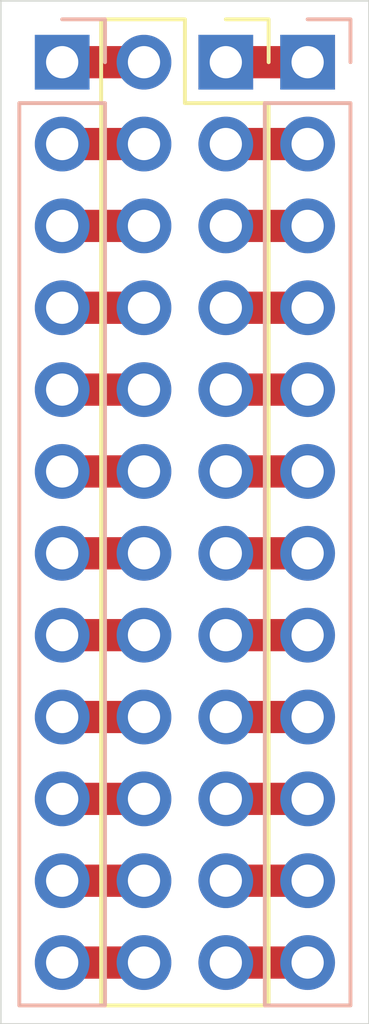
<source format=kicad_pcb>
(kicad_pcb (version 20171130) (host pcbnew 5.1.2+dfsg1-1)

  (general
    (thickness 1.6)
    (drawings 4)
    (tracks 24)
    (zones 0)
    (modules 3)
    (nets 25)
  )

  (page A4)
  (layers
    (0 F.Cu signal)
    (31 B.Cu signal)
    (32 B.Adhes user)
    (33 F.Adhes user)
    (34 B.Paste user)
    (35 F.Paste user)
    (36 B.SilkS user)
    (37 F.SilkS user)
    (38 B.Mask user)
    (39 F.Mask user)
    (40 Dwgs.User user)
    (41 Cmts.User user)
    (42 Eco1.User user)
    (43 Eco2.User user)
    (44 Edge.Cuts user)
    (45 Margin user)
    (46 B.CrtYd user)
    (47 F.CrtYd user)
    (48 B.Fab user)
    (49 F.Fab user)
  )

  (setup
    (last_trace_width 0.25)
    (user_trace_width 1)
    (trace_clearance 0.2)
    (zone_clearance 0.508)
    (zone_45_only no)
    (trace_min 0.2)
    (via_size 0.8)
    (via_drill 0.4)
    (via_min_size 0.4)
    (via_min_drill 0.3)
    (uvia_size 0.3)
    (uvia_drill 0.1)
    (uvias_allowed no)
    (uvia_min_size 0.2)
    (uvia_min_drill 0.1)
    (edge_width 0.05)
    (segment_width 0.2)
    (pcb_text_width 0.3)
    (pcb_text_size 1.5 1.5)
    (mod_edge_width 0.12)
    (mod_text_size 1 1)
    (mod_text_width 0.15)
    (pad_size 1.524 1.524)
    (pad_drill 0.762)
    (pad_to_mask_clearance 0.051)
    (solder_mask_min_width 0.25)
    (aux_axis_origin 0 0)
    (visible_elements FFFFFF7F)
    (pcbplotparams
      (layerselection 0x010fc_ffffffff)
      (usegerberextensions false)
      (usegerberattributes false)
      (usegerberadvancedattributes false)
      (creategerberjobfile false)
      (excludeedgelayer true)
      (linewidth 0.100000)
      (plotframeref false)
      (viasonmask false)
      (mode 1)
      (useauxorigin false)
      (hpglpennumber 1)
      (hpglpenspeed 20)
      (hpglpendiameter 15.000000)
      (psnegative false)
      (psa4output false)
      (plotreference true)
      (plotvalue true)
      (plotinvisibletext false)
      (padsonsilk false)
      (subtractmaskfromsilk false)
      (outputformat 1)
      (mirror false)
      (drillshape 0)
      (scaleselection 1)
      (outputdirectory "gerbers/"))
  )

  (net 0 "")
  (net 1 "Net-(J1-Pad24)")
  (net 2 "Net-(J1-Pad23)")
  (net 3 "Net-(J1-Pad22)")
  (net 4 "Net-(J1-Pad21)")
  (net 5 "Net-(J1-Pad20)")
  (net 6 "Net-(J1-Pad19)")
  (net 7 "Net-(J1-Pad18)")
  (net 8 "Net-(J1-Pad17)")
  (net 9 "Net-(J1-Pad16)")
  (net 10 "Net-(J1-Pad15)")
  (net 11 "Net-(J1-Pad14)")
  (net 12 "Net-(J1-Pad13)")
  (net 13 "Net-(J1-Pad12)")
  (net 14 "Net-(J1-Pad11)")
  (net 15 "Net-(J1-Pad10)")
  (net 16 "Net-(J1-Pad9)")
  (net 17 "Net-(J1-Pad8)")
  (net 18 "Net-(J1-Pad7)")
  (net 19 "Net-(J1-Pad6)")
  (net 20 "Net-(J1-Pad5)")
  (net 21 "Net-(J1-Pad4)")
  (net 22 "Net-(J1-Pad3)")
  (net 23 "Net-(J1-Pad2)")
  (net 24 "Net-(J1-Pad1)")

  (net_class Default "This is the default net class."
    (clearance 0.2)
    (trace_width 0.25)
    (via_dia 0.8)
    (via_drill 0.4)
    (uvia_dia 0.3)
    (uvia_drill 0.1)
    (add_net "Net-(J1-Pad1)")
    (add_net "Net-(J1-Pad10)")
    (add_net "Net-(J1-Pad11)")
    (add_net "Net-(J1-Pad12)")
    (add_net "Net-(J1-Pad13)")
    (add_net "Net-(J1-Pad14)")
    (add_net "Net-(J1-Pad15)")
    (add_net "Net-(J1-Pad16)")
    (add_net "Net-(J1-Pad17)")
    (add_net "Net-(J1-Pad18)")
    (add_net "Net-(J1-Pad19)")
    (add_net "Net-(J1-Pad2)")
    (add_net "Net-(J1-Pad20)")
    (add_net "Net-(J1-Pad21)")
    (add_net "Net-(J1-Pad22)")
    (add_net "Net-(J1-Pad23)")
    (add_net "Net-(J1-Pad24)")
    (add_net "Net-(J1-Pad3)")
    (add_net "Net-(J1-Pad4)")
    (add_net "Net-(J1-Pad5)")
    (add_net "Net-(J1-Pad6)")
    (add_net "Net-(J1-Pad7)")
    (add_net "Net-(J1-Pad8)")
    (add_net "Net-(J1-Pad9)")
  )

  (module Connector_PinSocket_2.54mm:PinSocket_2x12_P2.54mm_Vertical (layer F.Cu) (tedit 5A19A41B) (tstamp 5D09673E)
    (at 138.43 78.74)
    (descr "Through hole straight socket strip, 2x12, 2.54mm pitch, double cols (from Kicad 4.0.7), script generated")
    (tags "Through hole socket strip THT 2x12 2.54mm double row")
    (path /5D0B67D7)
    (fp_text reference J1 (at -1.27 -2.77) (layer F.SilkS) hide
      (effects (font (size 1 1) (thickness 0.15)))
    )
    (fp_text value Conn_02x12_Odd_Even (at -1.27 30.71) (layer F.Fab) hide
      (effects (font (size 1 1) (thickness 0.15)))
    )
    (fp_text user %R (at -1.27 13.97 90) (layer F.Fab)
      (effects (font (size 1 1) (thickness 0.15)))
    )
    (fp_line (start -4.34 29.7) (end -4.34 -1.8) (layer F.CrtYd) (width 0.05))
    (fp_line (start 1.76 29.7) (end -4.34 29.7) (layer F.CrtYd) (width 0.05))
    (fp_line (start 1.76 -1.8) (end 1.76 29.7) (layer F.CrtYd) (width 0.05))
    (fp_line (start -4.34 -1.8) (end 1.76 -1.8) (layer F.CrtYd) (width 0.05))
    (fp_line (start 0 -1.33) (end 1.33 -1.33) (layer F.SilkS) (width 0.12))
    (fp_line (start 1.33 -1.33) (end 1.33 0) (layer F.SilkS) (width 0.12))
    (fp_line (start -1.27 -1.33) (end -1.27 1.27) (layer F.SilkS) (width 0.12))
    (fp_line (start -1.27 1.27) (end 1.33 1.27) (layer F.SilkS) (width 0.12))
    (fp_line (start 1.33 1.27) (end 1.33 29.27) (layer F.SilkS) (width 0.12))
    (fp_line (start -3.87 29.27) (end 1.33 29.27) (layer F.SilkS) (width 0.12))
    (fp_line (start -3.87 -1.33) (end -3.87 29.27) (layer F.SilkS) (width 0.12))
    (fp_line (start -3.87 -1.33) (end -1.27 -1.33) (layer F.SilkS) (width 0.12))
    (fp_line (start -3.81 29.21) (end -3.81 -1.27) (layer F.Fab) (width 0.1))
    (fp_line (start 1.27 29.21) (end -3.81 29.21) (layer F.Fab) (width 0.1))
    (fp_line (start 1.27 -0.27) (end 1.27 29.21) (layer F.Fab) (width 0.1))
    (fp_line (start 0.27 -1.27) (end 1.27 -0.27) (layer F.Fab) (width 0.1))
    (fp_line (start -3.81 -1.27) (end 0.27 -1.27) (layer F.Fab) (width 0.1))
    (pad 24 thru_hole oval (at -2.54 27.94) (size 1.7 1.7) (drill 1) (layers *.Cu *.Mask)
      (net 1 "Net-(J1-Pad24)"))
    (pad 23 thru_hole oval (at 0 27.94) (size 1.7 1.7) (drill 1) (layers *.Cu *.Mask)
      (net 2 "Net-(J1-Pad23)"))
    (pad 22 thru_hole oval (at -2.54 25.4) (size 1.7 1.7) (drill 1) (layers *.Cu *.Mask)
      (net 3 "Net-(J1-Pad22)"))
    (pad 21 thru_hole oval (at 0 25.4) (size 1.7 1.7) (drill 1) (layers *.Cu *.Mask)
      (net 4 "Net-(J1-Pad21)"))
    (pad 20 thru_hole oval (at -2.54 22.86) (size 1.7 1.7) (drill 1) (layers *.Cu *.Mask)
      (net 5 "Net-(J1-Pad20)"))
    (pad 19 thru_hole oval (at 0 22.86) (size 1.7 1.7) (drill 1) (layers *.Cu *.Mask)
      (net 6 "Net-(J1-Pad19)"))
    (pad 18 thru_hole oval (at -2.54 20.32) (size 1.7 1.7) (drill 1) (layers *.Cu *.Mask)
      (net 7 "Net-(J1-Pad18)"))
    (pad 17 thru_hole oval (at 0 20.32) (size 1.7 1.7) (drill 1) (layers *.Cu *.Mask)
      (net 8 "Net-(J1-Pad17)"))
    (pad 16 thru_hole oval (at -2.54 17.78) (size 1.7 1.7) (drill 1) (layers *.Cu *.Mask)
      (net 9 "Net-(J1-Pad16)"))
    (pad 15 thru_hole oval (at 0 17.78) (size 1.7 1.7) (drill 1) (layers *.Cu *.Mask)
      (net 10 "Net-(J1-Pad15)"))
    (pad 14 thru_hole oval (at -2.54 15.24) (size 1.7 1.7) (drill 1) (layers *.Cu *.Mask)
      (net 11 "Net-(J1-Pad14)"))
    (pad 13 thru_hole oval (at 0 15.24) (size 1.7 1.7) (drill 1) (layers *.Cu *.Mask)
      (net 12 "Net-(J1-Pad13)"))
    (pad 12 thru_hole oval (at -2.54 12.7) (size 1.7 1.7) (drill 1) (layers *.Cu *.Mask)
      (net 13 "Net-(J1-Pad12)"))
    (pad 11 thru_hole oval (at 0 12.7) (size 1.7 1.7) (drill 1) (layers *.Cu *.Mask)
      (net 14 "Net-(J1-Pad11)"))
    (pad 10 thru_hole oval (at -2.54 10.16) (size 1.7 1.7) (drill 1) (layers *.Cu *.Mask)
      (net 15 "Net-(J1-Pad10)"))
    (pad 9 thru_hole oval (at 0 10.16) (size 1.7 1.7) (drill 1) (layers *.Cu *.Mask)
      (net 16 "Net-(J1-Pad9)"))
    (pad 8 thru_hole oval (at -2.54 7.62) (size 1.7 1.7) (drill 1) (layers *.Cu *.Mask)
      (net 17 "Net-(J1-Pad8)"))
    (pad 7 thru_hole oval (at 0 7.62) (size 1.7 1.7) (drill 1) (layers *.Cu *.Mask)
      (net 18 "Net-(J1-Pad7)"))
    (pad 6 thru_hole oval (at -2.54 5.08) (size 1.7 1.7) (drill 1) (layers *.Cu *.Mask)
      (net 19 "Net-(J1-Pad6)"))
    (pad 5 thru_hole oval (at 0 5.08) (size 1.7 1.7) (drill 1) (layers *.Cu *.Mask)
      (net 20 "Net-(J1-Pad5)"))
    (pad 4 thru_hole oval (at -2.54 2.54) (size 1.7 1.7) (drill 1) (layers *.Cu *.Mask)
      (net 21 "Net-(J1-Pad4)"))
    (pad 3 thru_hole oval (at 0 2.54) (size 1.7 1.7) (drill 1) (layers *.Cu *.Mask)
      (net 22 "Net-(J1-Pad3)"))
    (pad 2 thru_hole oval (at -2.54 0) (size 1.7 1.7) (drill 1) (layers *.Cu *.Mask)
      (net 23 "Net-(J1-Pad2)"))
    (pad 1 thru_hole rect (at 0 0) (size 1.7 1.7) (drill 1) (layers *.Cu *.Mask)
      (net 24 "Net-(J1-Pad1)"))
    (model ${KISYS3DMOD}/Connector_PinSocket_2.54mm.3dshapes/PinSocket_2x12_P2.54mm_Vertical.wrl
      (at (xyz 0 0 0))
      (scale (xyz 1 1 1))
      (rotate (xyz 0 0 0))
    )
  )

  (module Connector_PinHeader_2.54mm:PinHeader_1x12_P2.54mm_Vertical (layer B.Cu) (tedit 59FED5CC) (tstamp 5D095F80)
    (at 133.35 78.74 180)
    (descr "Through hole straight pin header, 1x12, 2.54mm pitch, single row")
    (tags "Through hole pin header THT 1x12 2.54mm single row")
    (path /5D091D67)
    (fp_text reference J3 (at 0 2.33 180) (layer B.SilkS) hide
      (effects (font (size 1 1) (thickness 0.15)) (justify mirror))
    )
    (fp_text value Conn_01x12_Male (at 0 -30.27 180) (layer B.Fab) hide
      (effects (font (size 1 1) (thickness 0.15)) (justify mirror))
    )
    (fp_text user %R (at 0 -13.97 90) (layer B.Fab)
      (effects (font (size 1 1) (thickness 0.15)) (justify mirror))
    )
    (fp_line (start 1.8 1.8) (end -1.8 1.8) (layer B.CrtYd) (width 0.05))
    (fp_line (start 1.8 -29.75) (end 1.8 1.8) (layer B.CrtYd) (width 0.05))
    (fp_line (start -1.8 -29.75) (end 1.8 -29.75) (layer B.CrtYd) (width 0.05))
    (fp_line (start -1.8 1.8) (end -1.8 -29.75) (layer B.CrtYd) (width 0.05))
    (fp_line (start -1.33 1.33) (end 0 1.33) (layer B.SilkS) (width 0.12))
    (fp_line (start -1.33 0) (end -1.33 1.33) (layer B.SilkS) (width 0.12))
    (fp_line (start -1.33 -1.27) (end 1.33 -1.27) (layer B.SilkS) (width 0.12))
    (fp_line (start 1.33 -1.27) (end 1.33 -29.27) (layer B.SilkS) (width 0.12))
    (fp_line (start -1.33 -1.27) (end -1.33 -29.27) (layer B.SilkS) (width 0.12))
    (fp_line (start -1.33 -29.27) (end 1.33 -29.27) (layer B.SilkS) (width 0.12))
    (fp_line (start -1.27 0.635) (end -0.635 1.27) (layer B.Fab) (width 0.1))
    (fp_line (start -1.27 -29.21) (end -1.27 0.635) (layer B.Fab) (width 0.1))
    (fp_line (start 1.27 -29.21) (end -1.27 -29.21) (layer B.Fab) (width 0.1))
    (fp_line (start 1.27 1.27) (end 1.27 -29.21) (layer B.Fab) (width 0.1))
    (fp_line (start -0.635 1.27) (end 1.27 1.27) (layer B.Fab) (width 0.1))
    (pad 12 thru_hole oval (at 0 -27.94 180) (size 1.7 1.7) (drill 1) (layers *.Cu *.Mask)
      (net 1 "Net-(J1-Pad24)"))
    (pad 11 thru_hole oval (at 0 -25.4 180) (size 1.7 1.7) (drill 1) (layers *.Cu *.Mask)
      (net 3 "Net-(J1-Pad22)"))
    (pad 10 thru_hole oval (at 0 -22.86 180) (size 1.7 1.7) (drill 1) (layers *.Cu *.Mask)
      (net 5 "Net-(J1-Pad20)"))
    (pad 9 thru_hole oval (at 0 -20.32 180) (size 1.7 1.7) (drill 1) (layers *.Cu *.Mask)
      (net 7 "Net-(J1-Pad18)"))
    (pad 8 thru_hole oval (at 0 -17.78 180) (size 1.7 1.7) (drill 1) (layers *.Cu *.Mask)
      (net 9 "Net-(J1-Pad16)"))
    (pad 7 thru_hole oval (at 0 -15.24 180) (size 1.7 1.7) (drill 1) (layers *.Cu *.Mask)
      (net 11 "Net-(J1-Pad14)"))
    (pad 6 thru_hole oval (at 0 -12.7 180) (size 1.7 1.7) (drill 1) (layers *.Cu *.Mask)
      (net 13 "Net-(J1-Pad12)"))
    (pad 5 thru_hole oval (at 0 -10.16 180) (size 1.7 1.7) (drill 1) (layers *.Cu *.Mask)
      (net 15 "Net-(J1-Pad10)"))
    (pad 4 thru_hole oval (at 0 -7.62 180) (size 1.7 1.7) (drill 1) (layers *.Cu *.Mask)
      (net 17 "Net-(J1-Pad8)"))
    (pad 3 thru_hole oval (at 0 -5.08 180) (size 1.7 1.7) (drill 1) (layers *.Cu *.Mask)
      (net 19 "Net-(J1-Pad6)"))
    (pad 2 thru_hole oval (at 0 -2.54 180) (size 1.7 1.7) (drill 1) (layers *.Cu *.Mask)
      (net 21 "Net-(J1-Pad4)"))
    (pad 1 thru_hole rect (at 0 0 180) (size 1.7 1.7) (drill 1) (layers *.Cu *.Mask)
      (net 23 "Net-(J1-Pad2)"))
    (model ${KISYS3DMOD}/Connector_PinHeader_2.54mm.3dshapes/PinHeader_1x12_P2.54mm_Vertical.wrl
      (at (xyz 0 0 0))
      (scale (xyz 1 1 1))
      (rotate (xyz 0 0 0))
    )
  )

  (module Connector_PinHeader_2.54mm:PinHeader_1x12_P2.54mm_Vertical (layer B.Cu) (tedit 59FED5CC) (tstamp 5D095F60)
    (at 140.97 78.74 180)
    (descr "Through hole straight pin header, 1x12, 2.54mm pitch, single row")
    (tags "Through hole pin header THT 1x12 2.54mm single row")
    (path /5D09105A)
    (fp_text reference J2 (at 0 2.33 180) (layer B.SilkS) hide
      (effects (font (size 1 1) (thickness 0.15)) (justify mirror))
    )
    (fp_text value Conn_01x12_Male (at 0 -30.27 180) (layer B.Fab) hide
      (effects (font (size 1 1) (thickness 0.15)) (justify mirror))
    )
    (fp_text user %R (at 0 -13.97 90) (layer B.Fab)
      (effects (font (size 1 1) (thickness 0.15)) (justify mirror))
    )
    (fp_line (start 1.8 1.8) (end -1.8 1.8) (layer B.CrtYd) (width 0.05))
    (fp_line (start 1.8 -29.75) (end 1.8 1.8) (layer B.CrtYd) (width 0.05))
    (fp_line (start -1.8 -29.75) (end 1.8 -29.75) (layer B.CrtYd) (width 0.05))
    (fp_line (start -1.8 1.8) (end -1.8 -29.75) (layer B.CrtYd) (width 0.05))
    (fp_line (start -1.33 1.33) (end 0 1.33) (layer B.SilkS) (width 0.12))
    (fp_line (start -1.33 0) (end -1.33 1.33) (layer B.SilkS) (width 0.12))
    (fp_line (start -1.33 -1.27) (end 1.33 -1.27) (layer B.SilkS) (width 0.12))
    (fp_line (start 1.33 -1.27) (end 1.33 -29.27) (layer B.SilkS) (width 0.12))
    (fp_line (start -1.33 -1.27) (end -1.33 -29.27) (layer B.SilkS) (width 0.12))
    (fp_line (start -1.33 -29.27) (end 1.33 -29.27) (layer B.SilkS) (width 0.12))
    (fp_line (start -1.27 0.635) (end -0.635 1.27) (layer B.Fab) (width 0.1))
    (fp_line (start -1.27 -29.21) (end -1.27 0.635) (layer B.Fab) (width 0.1))
    (fp_line (start 1.27 -29.21) (end -1.27 -29.21) (layer B.Fab) (width 0.1))
    (fp_line (start 1.27 1.27) (end 1.27 -29.21) (layer B.Fab) (width 0.1))
    (fp_line (start -0.635 1.27) (end 1.27 1.27) (layer B.Fab) (width 0.1))
    (pad 12 thru_hole oval (at 0 -27.94 180) (size 1.7 1.7) (drill 1) (layers *.Cu *.Mask)
      (net 2 "Net-(J1-Pad23)"))
    (pad 11 thru_hole oval (at 0 -25.4 180) (size 1.7 1.7) (drill 1) (layers *.Cu *.Mask)
      (net 4 "Net-(J1-Pad21)"))
    (pad 10 thru_hole oval (at 0 -22.86 180) (size 1.7 1.7) (drill 1) (layers *.Cu *.Mask)
      (net 6 "Net-(J1-Pad19)"))
    (pad 9 thru_hole oval (at 0 -20.32 180) (size 1.7 1.7) (drill 1) (layers *.Cu *.Mask)
      (net 8 "Net-(J1-Pad17)"))
    (pad 8 thru_hole oval (at 0 -17.78 180) (size 1.7 1.7) (drill 1) (layers *.Cu *.Mask)
      (net 10 "Net-(J1-Pad15)"))
    (pad 7 thru_hole oval (at 0 -15.24 180) (size 1.7 1.7) (drill 1) (layers *.Cu *.Mask)
      (net 12 "Net-(J1-Pad13)"))
    (pad 6 thru_hole oval (at 0 -12.7 180) (size 1.7 1.7) (drill 1) (layers *.Cu *.Mask)
      (net 14 "Net-(J1-Pad11)"))
    (pad 5 thru_hole oval (at 0 -10.16 180) (size 1.7 1.7) (drill 1) (layers *.Cu *.Mask)
      (net 16 "Net-(J1-Pad9)"))
    (pad 4 thru_hole oval (at 0 -7.62 180) (size 1.7 1.7) (drill 1) (layers *.Cu *.Mask)
      (net 18 "Net-(J1-Pad7)"))
    (pad 3 thru_hole oval (at 0 -5.08 180) (size 1.7 1.7) (drill 1) (layers *.Cu *.Mask)
      (net 20 "Net-(J1-Pad5)"))
    (pad 2 thru_hole oval (at 0 -2.54 180) (size 1.7 1.7) (drill 1) (layers *.Cu *.Mask)
      (net 22 "Net-(J1-Pad3)"))
    (pad 1 thru_hole rect (at 0 0 180) (size 1.7 1.7) (drill 1) (layers *.Cu *.Mask)
      (net 24 "Net-(J1-Pad1)"))
    (model ${KISYS3DMOD}/Connector_PinHeader_2.54mm.3dshapes/PinHeader_1x12_P2.54mm_Vertical.wrl
      (at (xyz 0 0 0))
      (scale (xyz 1 1 1))
      (rotate (xyz 0 0 0))
    )
  )

  (gr_line (start 131.445 108.585) (end 131.445 76.835) (layer Edge.Cuts) (width 0.05) (tstamp 5D097670))
  (gr_line (start 142.875 108.585) (end 131.445 108.585) (layer Edge.Cuts) (width 0.05))
  (gr_line (start 142.875 76.835) (end 142.875 108.585) (layer Edge.Cuts) (width 0.05))
  (gr_line (start 131.445 76.835) (end 142.875 76.835) (layer Edge.Cuts) (width 0.05))

  (segment (start 135.89 106.68) (end 133.35 106.68) (width 1) (layer F.Cu) (net 1))
  (segment (start 138.43 106.68) (end 140.97 106.68) (width 1) (layer F.Cu) (net 2))
  (segment (start 135.89 104.14) (end 133.35 104.14) (width 1) (layer F.Cu) (net 3))
  (segment (start 138.43 104.14) (end 140.97 104.14) (width 1) (layer F.Cu) (net 4))
  (segment (start 135.89 101.6) (end 133.35 101.6) (width 1) (layer F.Cu) (net 5))
  (segment (start 138.43 101.6) (end 140.97 101.6) (width 1) (layer F.Cu) (net 6))
  (segment (start 135.89 99.06) (end 133.35 99.06) (width 1) (layer F.Cu) (net 7))
  (segment (start 138.43 99.06) (end 140.97 99.06) (width 1) (layer F.Cu) (net 8))
  (segment (start 135.89 96.52) (end 133.35 96.52) (width 1) (layer F.Cu) (net 9))
  (segment (start 138.43 96.52) (end 140.97 96.52) (width 1) (layer F.Cu) (net 10))
  (segment (start 135.89 93.98) (end 133.35 93.98) (width 1) (layer F.Cu) (net 11))
  (segment (start 138.43 93.98) (end 140.97 93.98) (width 1) (layer F.Cu) (net 12))
  (segment (start 135.89 91.44) (end 133.35 91.44) (width 1) (layer F.Cu) (net 13))
  (segment (start 138.43 91.44) (end 140.97 91.44) (width 1) (layer F.Cu) (net 14))
  (segment (start 135.89 88.9) (end 133.35 88.9) (width 1) (layer F.Cu) (net 15))
  (segment (start 138.43 88.9) (end 140.97 88.9) (width 1) (layer F.Cu) (net 16))
  (segment (start 135.89 86.36) (end 133.35 86.36) (width 1) (layer F.Cu) (net 17))
  (segment (start 138.43 86.36) (end 140.97 86.36) (width 1) (layer F.Cu) (net 18))
  (segment (start 135.89 83.82) (end 133.35 83.82) (width 1) (layer F.Cu) (net 19))
  (segment (start 138.43 83.82) (end 140.97 83.82) (width 1) (layer F.Cu) (net 20))
  (segment (start 135.89 81.28) (end 133.35 81.28) (width 1) (layer F.Cu) (net 21))
  (segment (start 138.43 81.28) (end 140.97 81.28) (width 1) (layer F.Cu) (net 22))
  (segment (start 135.89 78.74) (end 133.35 78.74) (width 1) (layer F.Cu) (net 23))
  (segment (start 138.43 78.74) (end 140.97 78.74) (width 1) (layer F.Cu) (net 24))

)

</source>
